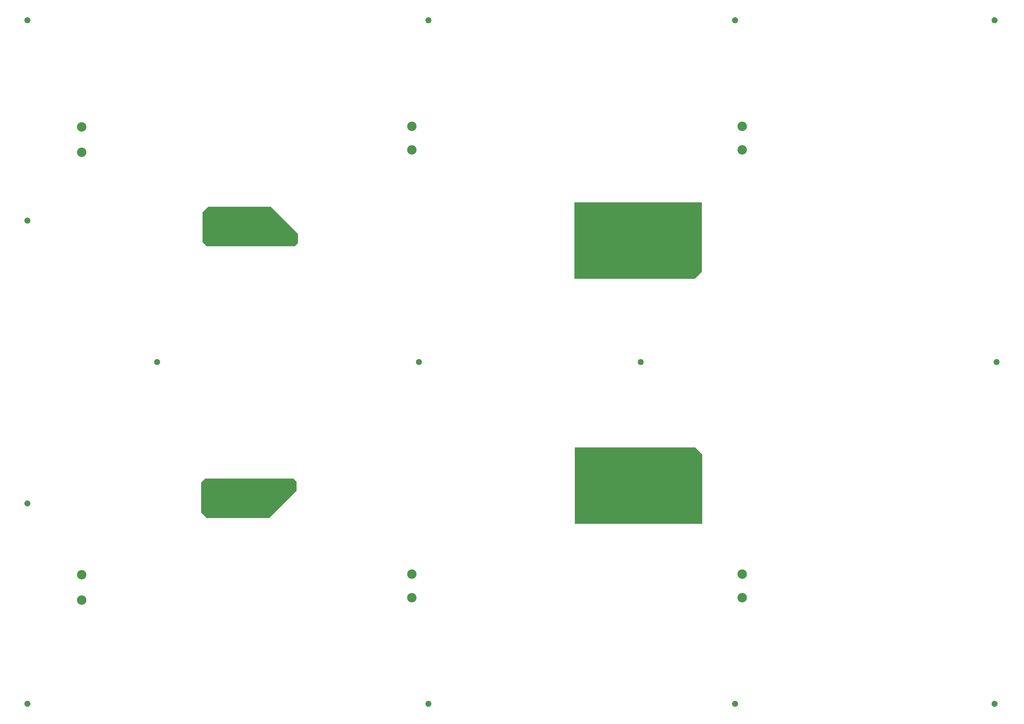
<source format=gbr>
%TF.GenerationSoftware,Altium Limited,Altium Designer,25.3.3 (18)*%
G04 Layer_Color=0*
%FSLAX45Y45*%
%MOMM*%
%TF.SameCoordinates,A4CA6E92-6A9D-4088-ADF9-EEBE24E4F9EE*%
%TF.FilePolarity,Positive*%
%TF.FileFunction,NonPlated,1,2,NPTH,Drill*%
%TF.Part,Single*%
G01*
G75*
%TA.AperFunction,ComponentDrill*%
%ADD132C,4.00000*%
G36*
X41460001Y15000000D02*
Y14987491D01*
X41464880Y14962955D01*
X41474454Y14939844D01*
X41488351Y14919041D01*
X41506042Y14901352D01*
X41526843Y14887454D01*
X41549954Y14877879D01*
X41574490Y14873000D01*
X41587000D01*
X41599509D01*
X41624045Y14877879D01*
X41647156Y14887454D01*
X41667957Y14901352D01*
X41685648Y14919041D01*
X41699545Y14939844D01*
X41709119Y14962955D01*
X41714001Y14987491D01*
Y15000000D01*
Y15012508D01*
X41709119Y15037044D01*
X41699545Y15060156D01*
X41685648Y15080959D01*
X41667957Y15098647D01*
X41647156Y15112546D01*
X41624045Y15122119D01*
X41599509Y15127000D01*
X41587000D01*
X41574490D01*
X41549954Y15122119D01*
X41526843Y15112546D01*
X41506042Y15098647D01*
X41488351Y15080959D01*
X41474454Y15060156D01*
X41464880Y15037044D01*
X41460001Y15012508D01*
Y15000000D01*
D01*
D02*
G37*
G36*
X30373001Y500000D02*
Y487492D01*
X30377881Y462955D01*
X30387454Y439843D01*
X30401352Y419042D01*
X30419043Y401353D01*
X30439844Y387454D01*
X30462955Y377880D01*
X30487491Y373000D01*
X30500000D01*
X30512509D01*
X30537045Y377880D01*
X30560156Y387454D01*
X30580957Y401353D01*
X30598648Y419042D01*
X30612546Y439843D01*
X30622119Y462955D01*
X30626999Y487492D01*
Y500000D01*
Y512508D01*
X30622119Y537044D01*
X30612546Y560157D01*
X30598648Y580958D01*
X30580957Y598647D01*
X30560156Y612546D01*
X30537045Y622119D01*
X30512509Y627000D01*
X30500000D01*
X30487491D01*
X30462955Y622119D01*
X30439844Y612546D01*
X30419043Y598647D01*
X30401352Y580958D01*
X30387454Y560157D01*
X30377881Y537044D01*
X30373001Y512508D01*
Y500000D01*
D01*
D02*
G37*
G36*
X30500000Y29373001D02*
X30487491D01*
X30462955Y29377881D01*
X30439844Y29387454D01*
X30419043Y29401352D01*
X30401352Y29419043D01*
X30387454Y29439844D01*
X30377881Y29462955D01*
X30373001Y29487491D01*
Y29500000D01*
Y29512509D01*
X30377881Y29537045D01*
X30387454Y29560156D01*
X30401352Y29580957D01*
X30419043Y29598648D01*
X30439844Y29612546D01*
X30462955Y29622119D01*
X30487491Y29626999D01*
X30500000D01*
X30512509D01*
X30537045Y29622119D01*
X30560156Y29612546D01*
X30580957Y29598648D01*
X30598648Y29580957D01*
X30612546Y29560156D01*
X30622119Y29537045D01*
X30626999Y29512509D01*
Y29500000D01*
Y29487491D01*
X30622119Y29462955D01*
X30612546Y29439844D01*
X30598648Y29419043D01*
X30580957Y29401352D01*
X30560156Y29387454D01*
X30537045Y29377881D01*
X30512509Y29373001D01*
X30500000D01*
D01*
D02*
G37*
G36*
X26373001Y15000000D02*
Y14987491D01*
X26377881Y14962955D01*
X26387454Y14939844D01*
X26401352Y14919041D01*
X26419043Y14901352D01*
X26439844Y14887454D01*
X26462955Y14877879D01*
X26487491Y14873000D01*
X26500000D01*
X26512509D01*
X26537045Y14877879D01*
X26560156Y14887454D01*
X26580957Y14901352D01*
X26598648Y14919041D01*
X26612546Y14939844D01*
X26622119Y14962955D01*
X26626999Y14987491D01*
Y15000000D01*
Y15012508D01*
X26622119Y15037044D01*
X26612546Y15060156D01*
X26598648Y15080959D01*
X26580957Y15098647D01*
X26560156Y15112546D01*
X26537045Y15122119D01*
X26512509Y15127000D01*
X26500000D01*
X26487491D01*
X26462955Y15122119D01*
X26439844Y15112546D01*
X26419043Y15098647D01*
X26401352Y15080959D01*
X26387454Y15060156D01*
X26377881Y15037044D01*
X26373001Y15012508D01*
Y15000000D01*
D01*
D02*
G37*
G36*
X6000000Y14873000D02*
X5987491D01*
X5962955Y14877879D01*
X5939843Y14887454D01*
X5919042Y14901352D01*
X5901352Y14919041D01*
X5887454Y14939844D01*
X5877880Y14962955D01*
X5873000Y14987491D01*
Y15000000D01*
Y15012508D01*
X5877880Y15037044D01*
X5887454Y15060156D01*
X5901352Y15080959D01*
X5919042Y15098647D01*
X5939843Y15112546D01*
X5962955Y15122119D01*
X5987491Y15127000D01*
X6000000D01*
X6012508D01*
X6037044Y15122119D01*
X6060157Y15112546D01*
X6080958Y15098647D01*
X6098647Y15080959D01*
X6112546Y15060156D01*
X6122119Y15037044D01*
X6127000Y15012508D01*
Y15000000D01*
Y14987491D01*
X6122119Y14962955D01*
X6112546Y14939844D01*
X6098647Y14919041D01*
X6080958Y14901352D01*
X6060157Y14887454D01*
X6037044Y14877879D01*
X6012508Y14873000D01*
X6000000D01*
D01*
D02*
G37*
G36*
X500000Y20873000D02*
X487492D01*
X462955Y20877879D01*
X439843Y20887454D01*
X419042Y20901352D01*
X401353Y20919041D01*
X387454Y20939844D01*
X377880Y20962955D01*
X373000Y20987491D01*
Y21000000D01*
Y21012508D01*
X377880Y21037044D01*
X387454Y21060156D01*
X401353Y21080959D01*
X419042Y21098647D01*
X439843Y21112546D01*
X462955Y21122119D01*
X487492Y21127000D01*
X500000D01*
X512508D01*
X537044Y21122119D01*
X560157Y21112546D01*
X580958Y21098647D01*
X598647Y21080959D01*
X612546Y21060156D01*
X622119Y21037044D01*
X627000Y21012508D01*
Y21000000D01*
Y20987491D01*
X622119Y20962955D01*
X612546Y20939844D01*
X598647Y20919041D01*
X580958Y20901352D01*
X560157Y20887454D01*
X537044Y20877879D01*
X512508Y20873000D01*
X500000D01*
D01*
D02*
G37*
G36*
Y8873000D02*
X487492D01*
X462955Y8877880D01*
X439843Y8887454D01*
X419042Y8901353D01*
X401353Y8919042D01*
X387454Y8939843D01*
X377880Y8962955D01*
X373000Y8987492D01*
Y9000000D01*
Y9012508D01*
X377880Y9037044D01*
X387454Y9060157D01*
X401353Y9080958D01*
X419042Y9098647D01*
X439843Y9112546D01*
X462955Y9122119D01*
X487492Y9127000D01*
X500000D01*
X512508D01*
X537044Y9122119D01*
X560157Y9112546D01*
X580958Y9098647D01*
X598647Y9080958D01*
X612546Y9060157D01*
X622119Y9037044D01*
X627000Y9012508D01*
Y9000000D01*
Y8987492D01*
X622119Y8962955D01*
X612546Y8939843D01*
X598647Y8919042D01*
X580958Y8901353D01*
X560157Y8887454D01*
X537044Y8877880D01*
X512508Y8873000D01*
X500000D01*
D01*
D02*
G37*
G36*
X17100000Y14873000D02*
X17087492D01*
X17062955Y14877879D01*
X17039844Y14887454D01*
X17019041Y14901352D01*
X17001353Y14919041D01*
X16987454Y14939844D01*
X16977879Y14962955D01*
X16973000Y14987491D01*
Y15000000D01*
Y15012508D01*
X16977879Y15037044D01*
X16987454Y15060156D01*
X17001353Y15080959D01*
X17019041Y15098647D01*
X17039844Y15112546D01*
X17062955Y15122119D01*
X17087492Y15127000D01*
X17100000D01*
X17112508D01*
X17137044Y15122119D01*
X17160156Y15112546D01*
X17180959Y15098647D01*
X17198647Y15080959D01*
X17212546Y15060156D01*
X17222119Y15037044D01*
X17227000Y15012508D01*
Y15000000D01*
Y14987491D01*
X17222119Y14962955D01*
X17212546Y14939844D01*
X17198647Y14919041D01*
X17180959Y14901352D01*
X17160156Y14887454D01*
X17137044Y14877879D01*
X17112508Y14873000D01*
X17100000D01*
D01*
D02*
G37*
G36*
X17373000Y500000D02*
Y487492D01*
X17377879Y462955D01*
X17387454Y439843D01*
X17401353Y419042D01*
X17419041Y401353D01*
X17439844Y387454D01*
X17462955Y377880D01*
X17487492Y373000D01*
X17500000D01*
X17512508D01*
X17537044Y377880D01*
X17560156Y387454D01*
X17580959Y401353D01*
X17598647Y419042D01*
X17612546Y439843D01*
X17622119Y462955D01*
X17627000Y487492D01*
Y500000D01*
Y512508D01*
X17622119Y537044D01*
X17612546Y560157D01*
X17598647Y580958D01*
X17580959Y598647D01*
X17560156Y612546D01*
X17537044Y622119D01*
X17512508Y627000D01*
X17500000D01*
X17487492D01*
X17462955Y622119D01*
X17439844Y612546D01*
X17419041Y598647D01*
X17401353Y580958D01*
X17387454Y560157D01*
X17377879Y537044D01*
X17373000Y512508D01*
Y500000D01*
D01*
D02*
G37*
G36*
X17500000Y29373001D02*
X17487492D01*
X17462955Y29377881D01*
X17439844Y29387454D01*
X17419041Y29401352D01*
X17401353Y29419043D01*
X17387454Y29439844D01*
X17377879Y29462955D01*
X17373000Y29487491D01*
Y29500000D01*
Y29512509D01*
X17377879Y29537045D01*
X17387454Y29560156D01*
X17401353Y29580957D01*
X17419041Y29598648D01*
X17439844Y29612546D01*
X17462955Y29622119D01*
X17487492Y29626999D01*
X17500000D01*
X17512508D01*
X17537044Y29622119D01*
X17560156Y29612546D01*
X17580959Y29598648D01*
X17598647Y29580957D01*
X17612546Y29560156D01*
X17622119Y29537045D01*
X17627000Y29512509D01*
Y29500000D01*
Y29487491D01*
X17622119Y29462955D01*
X17612546Y29439844D01*
X17598647Y29419043D01*
X17580959Y29401352D01*
X17560156Y29387454D01*
X17537044Y29377881D01*
X17512508Y29373001D01*
X17500000D01*
D01*
D02*
G37*
G36*
X500000Y373000D02*
X487492D01*
X462955Y377880D01*
X439843Y387454D01*
X419042Y401353D01*
X401353Y419042D01*
X387454Y439843D01*
X377880Y462955D01*
X373000Y487492D01*
Y500000D01*
Y512508D01*
X377880Y537044D01*
X387454Y560157D01*
X401353Y580958D01*
X419042Y598647D01*
X439843Y612546D01*
X462955Y622119D01*
X487492Y627000D01*
X500000D01*
X512508D01*
X537044Y622119D01*
X560157Y612546D01*
X580958Y598647D01*
X598647Y580958D01*
X612546Y560157D01*
X622119Y537044D01*
X627000Y512508D01*
Y500000D01*
Y487492D01*
X622119Y462955D01*
X612546Y439843D01*
X598647Y419042D01*
X580958Y401353D01*
X560157Y387454D01*
X537044Y377880D01*
X512508Y373000D01*
X500000D01*
D01*
D02*
G37*
G36*
Y29373001D02*
X487492D01*
X462955Y29377881D01*
X439843Y29387454D01*
X419042Y29401352D01*
X401353Y29419043D01*
X387454Y29439844D01*
X377880Y29462955D01*
X373000Y29487491D01*
Y29500000D01*
Y29512509D01*
X377880Y29537045D01*
X387454Y29560156D01*
X401353Y29580957D01*
X419042Y29598648D01*
X439843Y29612546D01*
X462955Y29622119D01*
X487492Y29626999D01*
X500000D01*
X512508D01*
X537044Y29622119D01*
X560157Y29612546D01*
X580958Y29598648D01*
X598647Y29580957D01*
X612546Y29560156D01*
X622119Y29537045D01*
X627000Y29512509D01*
Y29500000D01*
Y29487491D01*
X622119Y29462955D01*
X612546Y29439844D01*
X598647Y29419043D01*
X580958Y29401352D01*
X560157Y29387454D01*
X537044Y29377881D01*
X512508Y29373001D01*
X500000D01*
D01*
D02*
G37*
G36*
X41373001Y500000D02*
Y487492D01*
X41377881Y462955D01*
X41387454Y439843D01*
X41401352Y419042D01*
X41419043Y401353D01*
X41439844Y387454D01*
X41462955Y377880D01*
X41487491Y373000D01*
X41500000D01*
X41512509D01*
X41537045Y377880D01*
X41560156Y387454D01*
X41580957Y401353D01*
X41598648Y419042D01*
X41612546Y439843D01*
X41622119Y462955D01*
X41626999Y487492D01*
Y500000D01*
Y512508D01*
X41622119Y537044D01*
X41612546Y560157D01*
X41598648Y580958D01*
X41580957Y598647D01*
X41560156Y612546D01*
X41537045Y622119D01*
X41512509Y627000D01*
X41500000D01*
X41487491D01*
X41462955Y622119D01*
X41439844Y612546D01*
X41419043Y598647D01*
X41401352Y580958D01*
X41387454Y560157D01*
X41377881Y537044D01*
X41373001Y512508D01*
Y500000D01*
D01*
D02*
G37*
G36*
Y29500000D02*
Y29487491D01*
X41377881Y29462955D01*
X41387454Y29439844D01*
X41401352Y29419043D01*
X41419043Y29401352D01*
X41439844Y29387454D01*
X41462955Y29377881D01*
X41487491Y29373001D01*
X41500000D01*
X41512509D01*
X41537045Y29377881D01*
X41560156Y29387454D01*
X41580957Y29401352D01*
X41598648Y29419043D01*
X41612546Y29439844D01*
X41622119Y29462955D01*
X41626999Y29487491D01*
Y29500000D01*
Y29512509D01*
X41622119Y29537045D01*
X41612546Y29560156D01*
X41598648Y29580957D01*
X41580957Y29598648D01*
X41560156Y29612546D01*
X41537045Y29622119D01*
X41512509Y29626999D01*
X41500000D01*
X41487491D01*
X41462955Y29622119D01*
X41439844Y29612546D01*
X41419043Y29598648D01*
X41401352Y29580957D01*
X41387454Y29560156D01*
X41377881Y29537045D01*
X41373001Y29512509D01*
Y29500000D01*
D01*
D02*
G37*
G36*
X7863596Y8613802D02*
Y9878802D01*
X8038596Y10053802D01*
X11778596D01*
X11911096Y9921302D01*
Y9533802D01*
X10756096Y8378802D01*
X8098596Y8378802D01*
X7863596Y8613802D01*
D02*
G37*
G36*
X8100000Y19912500D02*
X7925000Y20087500D01*
Y21352499D01*
X8160000Y21587500D01*
X10817500Y21587500D01*
X11972500Y20432500D01*
Y20045000D01*
X11840000Y19912500D01*
X8100000D01*
D02*
G37*
G36*
X23702499Y8129656D02*
X23702499Y11379655D01*
X28810001D01*
X29107501Y11082155D01*
Y8129656D01*
X23702499D01*
D02*
G37*
G36*
X23687500Y18527499D02*
X28795001D01*
X29092499Y18825000D01*
Y21777499D01*
X23687500D01*
X23687500Y18527499D01*
D02*
G37*
D132*
X2800000Y5972216D02*
D03*
Y4897216D02*
D03*
X30800000Y6000000D02*
D03*
Y5000000D02*
D03*
X16800000Y6000000D02*
D03*
Y5000000D02*
D03*
X2800000Y24972217D02*
D03*
Y23897215D02*
D03*
X30800000Y25000000D02*
D03*
Y24000000D02*
D03*
X16800000Y25000000D02*
D03*
Y24000000D02*
D03*
%TF.MD5,499c7d6408901e5361ee0166d1849665*%
M02*

</source>
